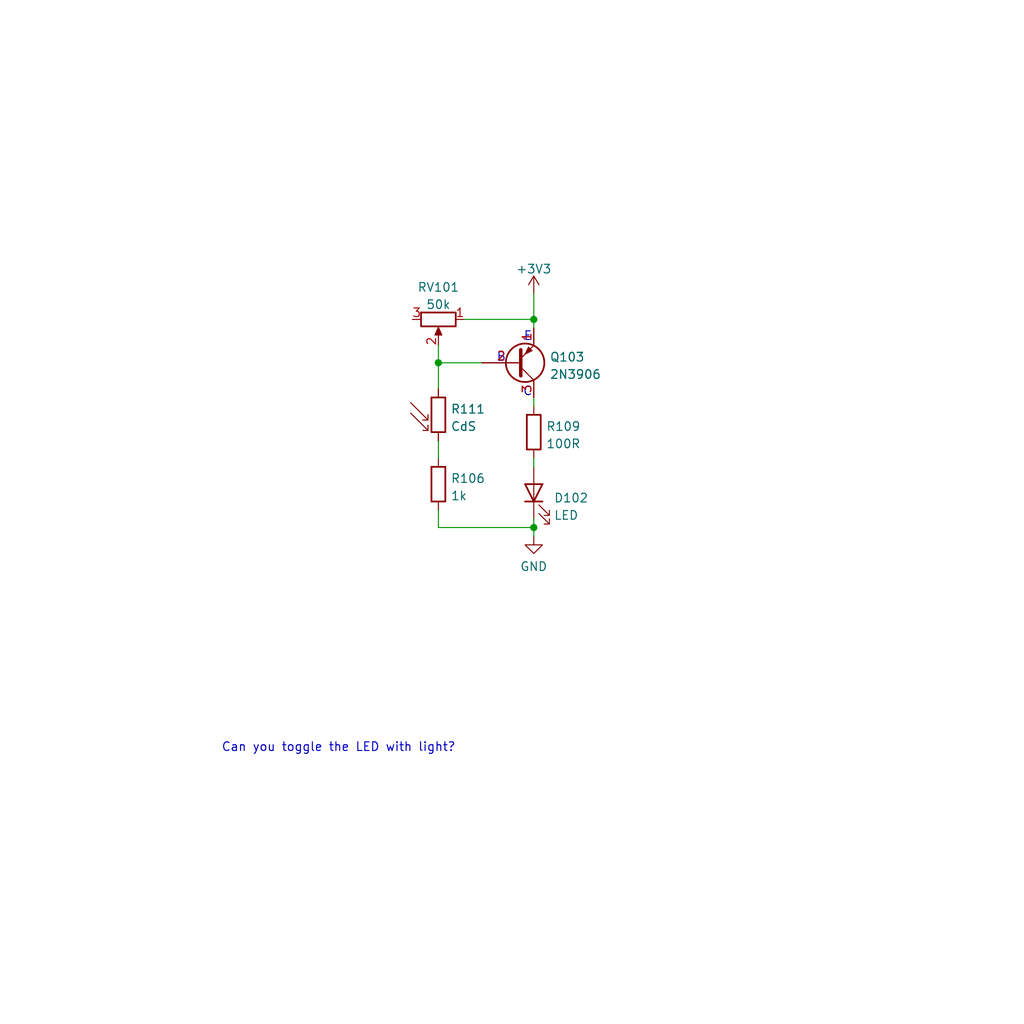
<source format=kicad_sch>
(kicad_sch (version 20211123) (generator eeschema)
  (paper "User" 150.012 150.012)
  (lib_symbols
    (symbol "Device:LED" (pin_numbers hide) (pin_names (offset 1.016) hide)
      (property "Reference" "D" (at 0 2.54 0))
      (property "Value" "LED" (at 0 -2.54 0))
      (symbol "LED_0_1"
        (polyline (pts (xy -1.27 -1.27) (xy -1.27 1.27)) (stroke (width 0.254)))
        (polyline (pts (xy -1.27 0) (xy 1.27 0)))
        (polyline (pts (xy 1.27 -1.27) (xy 1.27 1.27) (xy -1.27 0) (xy 1.27 -1.27)) (stroke (width 0.254)))
        (polyline (pts (xy -3.048 -0.762) (xy -4.572 -2.286) (xy -3.81 -2.286) (xy -4.572 -2.286) (xy -4.572 -1.524)))
        (polyline (pts (xy -1.778 -0.762) (xy -3.302 -2.286) (xy -2.54 -2.286) (xy -3.302 -2.286) (xy -3.302 -1.524)))
      )
      (symbol "LED_1_1"
        (pin passive line (at -3.81 0 0) (length 2.54) (name "K") (number "1"))
        (pin passive line (at 3.81 0 180) (length 2.54) (name "A") (number "2"))
      )
    )
    (symbol "Device:R" (pin_numbers hide) (pin_names (offset 0))
      (property "Reference" "R" (at 2.032 0 90))
      (property "Value" "R" (at 0 0 90))
      (symbol "R_0_1"
        (rectangle (start -1.016 -2.54) (end 1.016 2.54) (stroke (width 0.254)))
      )
      (symbol "R_1_1"
        (pin passive line (at 0 3.81 270) (length 1.27) (name "~") (number "1"))
        (pin passive line (at 0 -3.81 90) (length 1.27) (name "~") (number "2"))
      )
    )
    (symbol "Device:R_Photo" (pin_numbers hide) (pin_names (offset 0))
      (property "Reference" "R" (at 1.27 1.27 0))
      (property "Value" "R_Photo" (at 1.27 0 0))
      (symbol "R_Photo_0_1"
        (rectangle (start -1.016 2.54) (end 1.016 -2.54) (stroke (width 0.254)))
        (polyline (pts (xy -1.524 -2.286) (xy -4.064 0.254)))
        (polyline (pts (xy -1.524 -2.286) (xy -2.286 -2.286)))
        (polyline (pts (xy -1.524 -2.286) (xy -1.524 -1.524)))
        (polyline (pts (xy -1.524 -0.762) (xy -4.064 1.778)))
        (polyline (pts (xy -1.524 -0.762) (xy -2.286 -0.762)))
        (polyline (pts (xy -1.524 -0.762) (xy -1.524 0)))
      )
      (symbol "R_Photo_1_1"
        (pin passive line (at 0 3.81 270) (length 1.27) (name "~") (number "1"))
        (pin passive line (at 0 -3.81 90) (length 1.27) (name "~") (number "2"))
      )
    )
    (symbol "Device:R_Potentiometer" (pin_names (offset 1.016) hide)
      (property "Reference" "RV" (at -4.445 0 90))
      (property "Value" "R_Potentiometer" (at -2.54 0 90))
      (symbol "R_Potentiometer_0_1"
        (polyline (pts (xy 2.54 0) (xy 1.524 0)))
        (polyline (pts (xy 1.143 0) (xy 2.286 0.508) (xy 2.286 -0.508) (xy 1.143 0)) (fill (type outline)))
        (rectangle (start 1.016 2.54) (end -1.016 -2.54) (stroke (width 0.254)))
      )
      (symbol "R_Potentiometer_1_1"
        (pin passive line (at 0 3.81 270) (length 1.27) (name "1") (number "1"))
        (pin passive line (at 3.81 0 180) (length 1.27) (name "2") (number "2"))
        (pin passive line (at 0 -3.81 90) (length 1.27) (name "3") (number "3"))
      )
    )
    (symbol "Transistor_BJT:2N3906" (pin_names (offset 0) hide)
      (property "Reference" "Q" (at 5.08 1.905 0))
      (property "Value" "2N3906" (at 5.08 0 0))
      (symbol "2N3906_0_1"
        (polyline (pts (xy 0.635 0.635) (xy 2.54 2.54)))
        (polyline (pts (xy 0.635 -0.635) (xy 2.54 -2.54) (xy 2.54 -2.54)))
        (polyline (pts (xy 0.635 1.905) (xy 0.635 -1.905) (xy 0.635 -1.905)) (stroke (width 0.508)))
        (polyline (pts (xy 2.286 -1.778) (xy 1.778 -2.286) (xy 1.27 -1.27) (xy 2.286 -1.778) (xy 2.286 -1.778)) (fill (type outline)))
        (circle (center 1.27 0) (radius 2.8194) (stroke (width 0.254)))
      )
      (symbol "2N3906_1_1"
        (pin passive line (at 2.54 -5.08 90) (length 2.54) (name "E") (number "1"))
        (pin input line (at -5.08 0 0) (length 5.715) (name "B") (number "2"))
        (pin passive line (at 2.54 5.08 270) (length 2.54) (name "C") (number "3"))
      )
    )
    (symbol "power:+3V3" (power) (pin_names (offset 0))
      (property "Value" "+3V3" (at 0 3.556 0))
      (symbol "+3V3_0_1"
        (polyline (pts (xy -0.762 1.27) (xy 0 2.54)))
        (polyline (pts (xy 0 0) (xy 0 2.54)))
        (polyline (pts (xy 0 2.54) (xy 0.762 1.27)))
      )
      (symbol "+3V3_1_1"
        (pin power_in line (at 0 0 90) (length 0) hide (name "+3V3") (number "1"))
      )
    )
    (symbol "power:GND" (power) (pin_names (offset 0))
      (property "Value" "GND" (at 0 -3.81 0))
      (symbol "GND_0_1"
        (polyline (pts (xy 0 0) (xy 0 -1.27) (xy 1.27 -1.27) (xy 0 -2.54) (xy -1.27 -1.27) (xy 0 -1.27)))
      )
      (symbol "GND_1_1"
        (pin power_in line (at 0 0 270) (length 0) hide (name "GND") (number "1"))
      )
    )
  )
  (junction (at 64.2112 53.1368))
  (junction (at 78.1812 77.2668))
  (junction (at 78.1812 46.7868))
  (wire (pts (xy 78.1812 75.9968) (xy 78.1812 77.2668)))
  (wire (pts (xy 78.1812 77.2668) (xy 78.1812 78.5368)))
  (wire (pts (xy 78.1812 42.9768) (xy 78.1812 46.7868)))
  (wire (pts (xy 78.1812 58.2168) (xy 78.1812 59.4868)))
  (wire (pts (xy 64.2112 67.1068) (xy 64.2112 64.5668)))
  (wire (pts (xy 64.2112 74.7268) (xy 64.2112 77.2668)))
  (wire (pts (xy 68.0212 46.7868) (xy 78.1812 46.7868)))
  (wire (pts (xy 64.2112 77.2668) (xy 78.1812 77.2668)))
  (wire (pts (xy 64.2112 53.1368) (xy 70.5612 53.1368)))
  (wire (pts (xy 64.2112 53.1368) (xy 64.2112 56.9468)))
  (wire (pts (xy 78.1812 46.7868) (xy 78.1812 48.0568)))
  (wire (pts (xy 78.1812 67.1068) (xy 78.1812 68.3768)))
  (wire (pts (xy 64.2112 50.5968) (xy 64.2112 53.1368)))
  (text "B" (at 72.6948 53.1876 0) (effects (font (size 1.27 1.27)) (justify left bottom)))
  (text "E" (at 76.6572 50.1396 0) (effects (font (size 1.27 1.27)) (justify left bottom)))
  (text "C" (at 76.5556 58.2168 0) (effects (font (size 1.27 1.27)) (justify left bottom)))
  (text "Can you toggle the LED with light?" (at 32.4104 110.3376 0) (effects (font (size 1.27 1.27)) (justify left bottom)))
  (symbol (lib_id "power:+3V3") (at 78.1812 42.9768 0) (unit 1)
    (property "Reference" "#PWR?" (effects hide))
    (property "Value" "+3V3" (at 78.1812 39.401 0))
  )
  (symbol (lib_id "Device:R_Photo") (at 64.2112 60.7568 0) (unit 1)
    (property "Reference" "R111" (at 65.9892 59.9221 0) (effects (justify left)))
    (property "Value" "CdS" (at 65.9892 62.459 0) (effects (justify left)))
  )
  (symbol (lib_id "Transistor_BJT:2N3906") (at 75.6412 53.1368 0) (mirror x) (unit 1)
    (property "Reference" "Q103" (at 80.4926 52.3021 0) (effects (justify left)))
    (property "Value" "2N3906" (at 80.4926 54.839 0) (effects (justify left)))
    (property "Footprint" "Package_TO_SOT_THT:TO-92_Inline" (effects hide))
    (property "Datasheet" "https://www.onsemi.com/pub/Collateral/2N3906-D.PDF" (effects hide))
  )
  (symbol (lib_id "Device:LED") (at 78.1812 72.1868 90) (unit 1)
    (property "Reference" "D102" (at 81.1022 72.9396 90) (effects (justify right)))
    (property "Value" "LED" (at 81.1022 75.4765 90) (effects (justify right)))
  )
  (symbol (lib_id "Device:R") (at 78.1812 63.2968 180) (unit 1)
    (property "Reference" "R109" (at 79.9592 62.4621 0) (effects (justify right)))
    (property "Value" "100R" (at 79.9592 64.999 0) (effects (justify right)))
  )
  (symbol (lib_id "power:GND") (at 78.1812 78.5368 0) (unit 1)
    (property "Reference" "#PWR028" (effects hide))
    (property "Value" "GND" (at 78.1812 82.9802 0))
  )
  (symbol (lib_id "Device:R") (at 64.2112 70.9168 180) (unit 1)
    (property "Reference" "R106" (at 65.9892 70.0821 0) (effects (justify right)))
    (property "Value" "1k" (at 65.9892 72.619 0) (effects (justify right)))
  )
  (symbol (lib_id "Device:R_Potentiometer") (at 64.2112 46.7868 270) (unit 1)
    (property "Reference" "RV101" (at 64.2112 42.071 90))
    (property "Value" "50k" (at 64.2112 44.6079 90))
  )
)
</source>
